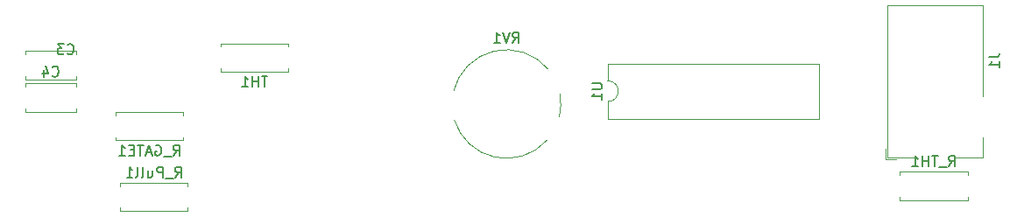
<source format=gbr>
%TF.GenerationSoftware,KiCad,Pcbnew,9.0.2*%
%TF.CreationDate,2025-06-22T14:59:44-10:00*%
%TF.ProjectId,3D_Print_Pen,33445f50-7269-46e7-945f-50656e2e6b69,rev?*%
%TF.SameCoordinates,Original*%
%TF.FileFunction,Legend,Bot*%
%TF.FilePolarity,Positive*%
%FSLAX46Y46*%
G04 Gerber Fmt 4.6, Leading zero omitted, Abs format (unit mm)*
G04 Created by KiCad (PCBNEW 9.0.2) date 2025-06-22 14:59:44*
%MOMM*%
%LPD*%
G01*
G04 APERTURE LIST*
%ADD10C,0.150000*%
%ADD11C,0.120000*%
G04 APERTURE END LIST*
D10*
X122695238Y-75314819D02*
X123028571Y-74838628D01*
X123266666Y-75314819D02*
X123266666Y-74314819D01*
X123266666Y-74314819D02*
X122885714Y-74314819D01*
X122885714Y-74314819D02*
X122790476Y-74362438D01*
X122790476Y-74362438D02*
X122742857Y-74410057D01*
X122742857Y-74410057D02*
X122695238Y-74505295D01*
X122695238Y-74505295D02*
X122695238Y-74648152D01*
X122695238Y-74648152D02*
X122742857Y-74743390D01*
X122742857Y-74743390D02*
X122790476Y-74791009D01*
X122790476Y-74791009D02*
X122885714Y-74838628D01*
X122885714Y-74838628D02*
X123266666Y-74838628D01*
X122409523Y-74314819D02*
X122076190Y-75314819D01*
X122076190Y-75314819D02*
X121742857Y-74314819D01*
X120885714Y-75314819D02*
X121457142Y-75314819D01*
X121171428Y-75314819D02*
X121171428Y-74314819D01*
X121171428Y-74314819D02*
X121266666Y-74457676D01*
X121266666Y-74457676D02*
X121361904Y-74552914D01*
X121361904Y-74552914D02*
X121457142Y-74600533D01*
X78206666Y-78509580D02*
X78254285Y-78557200D01*
X78254285Y-78557200D02*
X78397142Y-78604819D01*
X78397142Y-78604819D02*
X78492380Y-78604819D01*
X78492380Y-78604819D02*
X78635237Y-78557200D01*
X78635237Y-78557200D02*
X78730475Y-78461961D01*
X78730475Y-78461961D02*
X78778094Y-78366723D01*
X78778094Y-78366723D02*
X78825713Y-78176247D01*
X78825713Y-78176247D02*
X78825713Y-78033390D01*
X78825713Y-78033390D02*
X78778094Y-77842914D01*
X78778094Y-77842914D02*
X78730475Y-77747676D01*
X78730475Y-77747676D02*
X78635237Y-77652438D01*
X78635237Y-77652438D02*
X78492380Y-77604819D01*
X78492380Y-77604819D02*
X78397142Y-77604819D01*
X78397142Y-77604819D02*
X78254285Y-77652438D01*
X78254285Y-77652438D02*
X78206666Y-77700057D01*
X77349523Y-77938152D02*
X77349523Y-78604819D01*
X77587618Y-77557200D02*
X77825713Y-78271485D01*
X77825713Y-78271485D02*
X77206666Y-78271485D01*
X99015713Y-78584819D02*
X98444285Y-78584819D01*
X98729999Y-79584819D02*
X98729999Y-78584819D01*
X98110951Y-79584819D02*
X98110951Y-78584819D01*
X98110951Y-79061009D02*
X97539523Y-79061009D01*
X97539523Y-79584819D02*
X97539523Y-78584819D01*
X96539523Y-79584819D02*
X97110951Y-79584819D01*
X96825237Y-79584819D02*
X96825237Y-78584819D01*
X96825237Y-78584819D02*
X96920475Y-78727676D01*
X96920475Y-78727676D02*
X97015713Y-78822914D01*
X97015713Y-78822914D02*
X97110951Y-78870533D01*
X90063810Y-88344819D02*
X90397143Y-87868628D01*
X90635238Y-88344819D02*
X90635238Y-87344819D01*
X90635238Y-87344819D02*
X90254286Y-87344819D01*
X90254286Y-87344819D02*
X90159048Y-87392438D01*
X90159048Y-87392438D02*
X90111429Y-87440057D01*
X90111429Y-87440057D02*
X90063810Y-87535295D01*
X90063810Y-87535295D02*
X90063810Y-87678152D01*
X90063810Y-87678152D02*
X90111429Y-87773390D01*
X90111429Y-87773390D02*
X90159048Y-87821009D01*
X90159048Y-87821009D02*
X90254286Y-87868628D01*
X90254286Y-87868628D02*
X90635238Y-87868628D01*
X89873334Y-88440057D02*
X89111429Y-88440057D01*
X88873333Y-88344819D02*
X88873333Y-87344819D01*
X88873333Y-87344819D02*
X88492381Y-87344819D01*
X88492381Y-87344819D02*
X88397143Y-87392438D01*
X88397143Y-87392438D02*
X88349524Y-87440057D01*
X88349524Y-87440057D02*
X88301905Y-87535295D01*
X88301905Y-87535295D02*
X88301905Y-87678152D01*
X88301905Y-87678152D02*
X88349524Y-87773390D01*
X88349524Y-87773390D02*
X88397143Y-87821009D01*
X88397143Y-87821009D02*
X88492381Y-87868628D01*
X88492381Y-87868628D02*
X88873333Y-87868628D01*
X87444762Y-87678152D02*
X87444762Y-88344819D01*
X87873333Y-87678152D02*
X87873333Y-88201961D01*
X87873333Y-88201961D02*
X87825714Y-88297200D01*
X87825714Y-88297200D02*
X87730476Y-88344819D01*
X87730476Y-88344819D02*
X87587619Y-88344819D01*
X87587619Y-88344819D02*
X87492381Y-88297200D01*
X87492381Y-88297200D02*
X87444762Y-88249580D01*
X86825714Y-88344819D02*
X86920952Y-88297200D01*
X86920952Y-88297200D02*
X86968571Y-88201961D01*
X86968571Y-88201961D02*
X86968571Y-87344819D01*
X86301904Y-88344819D02*
X86397142Y-88297200D01*
X86397142Y-88297200D02*
X86444761Y-88201961D01*
X86444761Y-88201961D02*
X86444761Y-87344819D01*
X85397142Y-88344819D02*
X85968570Y-88344819D01*
X85682856Y-88344819D02*
X85682856Y-87344819D01*
X85682856Y-87344819D02*
X85778094Y-87487676D01*
X85778094Y-87487676D02*
X85873332Y-87582914D01*
X85873332Y-87582914D02*
X85968570Y-87630533D01*
X79666666Y-76359580D02*
X79714285Y-76407200D01*
X79714285Y-76407200D02*
X79857142Y-76454819D01*
X79857142Y-76454819D02*
X79952380Y-76454819D01*
X79952380Y-76454819D02*
X80095237Y-76407200D01*
X80095237Y-76407200D02*
X80190475Y-76311961D01*
X80190475Y-76311961D02*
X80238094Y-76216723D01*
X80238094Y-76216723D02*
X80285713Y-76026247D01*
X80285713Y-76026247D02*
X80285713Y-75883390D01*
X80285713Y-75883390D02*
X80238094Y-75692914D01*
X80238094Y-75692914D02*
X80190475Y-75597676D01*
X80190475Y-75597676D02*
X80095237Y-75502438D01*
X80095237Y-75502438D02*
X79952380Y-75454819D01*
X79952380Y-75454819D02*
X79857142Y-75454819D01*
X79857142Y-75454819D02*
X79714285Y-75502438D01*
X79714285Y-75502438D02*
X79666666Y-75550057D01*
X79333332Y-75454819D02*
X78714285Y-75454819D01*
X78714285Y-75454819D02*
X79047618Y-75835771D01*
X79047618Y-75835771D02*
X78904761Y-75835771D01*
X78904761Y-75835771D02*
X78809523Y-75883390D01*
X78809523Y-75883390D02*
X78761904Y-75931009D01*
X78761904Y-75931009D02*
X78714285Y-76026247D01*
X78714285Y-76026247D02*
X78714285Y-76264342D01*
X78714285Y-76264342D02*
X78761904Y-76359580D01*
X78761904Y-76359580D02*
X78809523Y-76407200D01*
X78809523Y-76407200D02*
X78904761Y-76454819D01*
X78904761Y-76454819D02*
X79190475Y-76454819D01*
X79190475Y-76454819D02*
X79285713Y-76407200D01*
X79285713Y-76407200D02*
X79333332Y-76359580D01*
X130354819Y-79258095D02*
X131164342Y-79258095D01*
X131164342Y-79258095D02*
X131259580Y-79305714D01*
X131259580Y-79305714D02*
X131307200Y-79353333D01*
X131307200Y-79353333D02*
X131354819Y-79448571D01*
X131354819Y-79448571D02*
X131354819Y-79639047D01*
X131354819Y-79639047D02*
X131307200Y-79734285D01*
X131307200Y-79734285D02*
X131259580Y-79781904D01*
X131259580Y-79781904D02*
X131164342Y-79829523D01*
X131164342Y-79829523D02*
X130354819Y-79829523D01*
X131354819Y-80829523D02*
X131354819Y-80258095D01*
X131354819Y-80543809D02*
X130354819Y-80543809D01*
X130354819Y-80543809D02*
X130497676Y-80448571D01*
X130497676Y-80448571D02*
X130592914Y-80353333D01*
X130592914Y-80353333D02*
X130640533Y-80258095D01*
X164852381Y-87284819D02*
X165185714Y-86808628D01*
X165423809Y-87284819D02*
X165423809Y-86284819D01*
X165423809Y-86284819D02*
X165042857Y-86284819D01*
X165042857Y-86284819D02*
X164947619Y-86332438D01*
X164947619Y-86332438D02*
X164900000Y-86380057D01*
X164900000Y-86380057D02*
X164852381Y-86475295D01*
X164852381Y-86475295D02*
X164852381Y-86618152D01*
X164852381Y-86618152D02*
X164900000Y-86713390D01*
X164900000Y-86713390D02*
X164947619Y-86761009D01*
X164947619Y-86761009D02*
X165042857Y-86808628D01*
X165042857Y-86808628D02*
X165423809Y-86808628D01*
X164661905Y-87380057D02*
X163900000Y-87380057D01*
X163804761Y-86284819D02*
X163233333Y-86284819D01*
X163519047Y-87284819D02*
X163519047Y-86284819D01*
X162899999Y-87284819D02*
X162899999Y-86284819D01*
X162899999Y-86761009D02*
X162328571Y-86761009D01*
X162328571Y-87284819D02*
X162328571Y-86284819D01*
X161328571Y-87284819D02*
X161899999Y-87284819D01*
X161614285Y-87284819D02*
X161614285Y-86284819D01*
X161614285Y-86284819D02*
X161709523Y-86427676D01*
X161709523Y-86427676D02*
X161804761Y-86522914D01*
X161804761Y-86522914D02*
X161899999Y-86570533D01*
X168747319Y-76716666D02*
X169461604Y-76716666D01*
X169461604Y-76716666D02*
X169604461Y-76669047D01*
X169604461Y-76669047D02*
X169699700Y-76573809D01*
X169699700Y-76573809D02*
X169747319Y-76430952D01*
X169747319Y-76430952D02*
X169747319Y-76335714D01*
X169747319Y-77716666D02*
X169747319Y-77145238D01*
X169747319Y-77430952D02*
X168747319Y-77430952D01*
X168747319Y-77430952D02*
X168890176Y-77335714D01*
X168890176Y-77335714D02*
X168985414Y-77240476D01*
X168985414Y-77240476D02*
X169033033Y-77145238D01*
X89909524Y-86234819D02*
X90242857Y-85758628D01*
X90480952Y-86234819D02*
X90480952Y-85234819D01*
X90480952Y-85234819D02*
X90100000Y-85234819D01*
X90100000Y-85234819D02*
X90004762Y-85282438D01*
X90004762Y-85282438D02*
X89957143Y-85330057D01*
X89957143Y-85330057D02*
X89909524Y-85425295D01*
X89909524Y-85425295D02*
X89909524Y-85568152D01*
X89909524Y-85568152D02*
X89957143Y-85663390D01*
X89957143Y-85663390D02*
X90004762Y-85711009D01*
X90004762Y-85711009D02*
X90100000Y-85758628D01*
X90100000Y-85758628D02*
X90480952Y-85758628D01*
X89719048Y-86330057D02*
X88957143Y-86330057D01*
X88195238Y-85282438D02*
X88290476Y-85234819D01*
X88290476Y-85234819D02*
X88433333Y-85234819D01*
X88433333Y-85234819D02*
X88576190Y-85282438D01*
X88576190Y-85282438D02*
X88671428Y-85377676D01*
X88671428Y-85377676D02*
X88719047Y-85472914D01*
X88719047Y-85472914D02*
X88766666Y-85663390D01*
X88766666Y-85663390D02*
X88766666Y-85806247D01*
X88766666Y-85806247D02*
X88719047Y-85996723D01*
X88719047Y-85996723D02*
X88671428Y-86091961D01*
X88671428Y-86091961D02*
X88576190Y-86187200D01*
X88576190Y-86187200D02*
X88433333Y-86234819D01*
X88433333Y-86234819D02*
X88338095Y-86234819D01*
X88338095Y-86234819D02*
X88195238Y-86187200D01*
X88195238Y-86187200D02*
X88147619Y-86139580D01*
X88147619Y-86139580D02*
X88147619Y-85806247D01*
X88147619Y-85806247D02*
X88338095Y-85806247D01*
X87766666Y-85949104D02*
X87290476Y-85949104D01*
X87861904Y-86234819D02*
X87528571Y-85234819D01*
X87528571Y-85234819D02*
X87195238Y-86234819D01*
X87004761Y-85234819D02*
X86433333Y-85234819D01*
X86719047Y-86234819D02*
X86719047Y-85234819D01*
X86099999Y-85711009D02*
X85766666Y-85711009D01*
X85623809Y-86234819D02*
X86099999Y-86234819D01*
X86099999Y-86234819D02*
X86099999Y-85234819D01*
X86099999Y-85234819D02*
X85623809Y-85234819D01*
X84671428Y-86234819D02*
X85242856Y-86234819D01*
X84957142Y-86234819D02*
X84957142Y-85234819D01*
X84957142Y-85234819D02*
X85052380Y-85377676D01*
X85052380Y-85377676D02*
X85147618Y-85472914D01*
X85147618Y-85472914D02*
X85242856Y-85520533D01*
D11*
%TO.C,RV1*%
X116990000Y-80014000D02*
G75*
G02*
X126140000Y-77891000I5110335J-1245761D01*
G01*
X126006000Y-84783000D02*
G75*
G02*
X117073001Y-82810000I-3906094J3523805D01*
G01*
X127272000Y-80299000D02*
G75*
G02*
X127208000Y-82514000I-5170140J-959040D01*
G01*
%TO.C,C4*%
X75570000Y-79280000D02*
X75570000Y-79610000D01*
X75570000Y-81690000D02*
X75570000Y-82020000D01*
X80510000Y-79280000D02*
X75570000Y-79280000D01*
X80510000Y-79280000D02*
X80510000Y-79610000D01*
X80510000Y-81690000D02*
X80510000Y-82020000D01*
X80510000Y-82020000D02*
X75570000Y-82020000D01*
%TO.C,TH1*%
X94460000Y-75390000D02*
X101000000Y-75390000D01*
X94460000Y-75720000D02*
X94460000Y-75390000D01*
X94460000Y-77800000D02*
X94460000Y-78130000D01*
X94460000Y-78130000D02*
X101000000Y-78130000D01*
X101000000Y-75390000D02*
X101000000Y-75720000D01*
X101000000Y-78130000D02*
X101000000Y-77800000D01*
%TO.C,R_Pull1*%
X84770000Y-88890000D02*
X84770000Y-89220000D01*
X84770000Y-91630000D02*
X84770000Y-91300000D01*
X91310000Y-88890000D02*
X84770000Y-88890000D01*
X91310000Y-89220000D02*
X91310000Y-88890000D01*
X91310000Y-91300000D02*
X91310000Y-91630000D01*
X91310000Y-91630000D02*
X84770000Y-91630000D01*
%TO.C,C3*%
X75570000Y-76130000D02*
X75570000Y-76460000D01*
X75570000Y-78540000D02*
X75570000Y-78870000D01*
X80510000Y-76130000D02*
X75570000Y-76130000D01*
X80510000Y-76130000D02*
X80510000Y-76460000D01*
X80510000Y-78540000D02*
X80510000Y-78870000D01*
X80510000Y-78870000D02*
X75570000Y-78870000D01*
%TO.C,U1*%
X131900000Y-77370000D02*
X152340000Y-77370000D01*
X131900000Y-79020000D02*
X131900000Y-77370000D01*
X131900000Y-82670000D02*
X131900000Y-81020000D01*
X152340000Y-77370000D02*
X152340000Y-82670000D01*
X152340000Y-82670000D02*
X131900000Y-82670000D01*
X131900000Y-79020000D02*
G75*
G02*
X131900000Y-81020000I0J-1000000D01*
G01*
%TO.C,R_TH1*%
X160130000Y-87830000D02*
X160130000Y-88160000D01*
X160130000Y-90570000D02*
X160130000Y-90240000D01*
X166670000Y-87830000D02*
X160130000Y-87830000D01*
X166670000Y-88160000D02*
X166670000Y-87830000D01*
X166670000Y-90240000D02*
X166670000Y-90570000D01*
X166670000Y-90570000D02*
X160130000Y-90570000D01*
%TO.C,J1*%
X158742500Y-85550000D02*
X158742500Y-86600000D01*
X158942500Y-71700000D02*
X158942500Y-86400000D01*
X158942500Y-86400000D02*
X161542500Y-86400000D01*
X159792500Y-86600000D02*
X158742500Y-86600000D01*
X165442500Y-86400000D02*
X168142500Y-86400000D01*
X168142500Y-71700000D02*
X158942500Y-71700000D01*
X168142500Y-80500000D02*
X168142500Y-71700000D01*
X168142500Y-86400000D02*
X168142500Y-84500000D01*
%TO.C,R_GATE1*%
X84330000Y-82040000D02*
X90870000Y-82040000D01*
X84330000Y-82370000D02*
X84330000Y-82040000D01*
X84330000Y-84450000D02*
X84330000Y-84780000D01*
X84330000Y-84780000D02*
X90870000Y-84780000D01*
X90870000Y-82040000D02*
X90870000Y-82370000D01*
X90870000Y-84780000D02*
X90870000Y-84450000D01*
%TD*%
M02*

</source>
